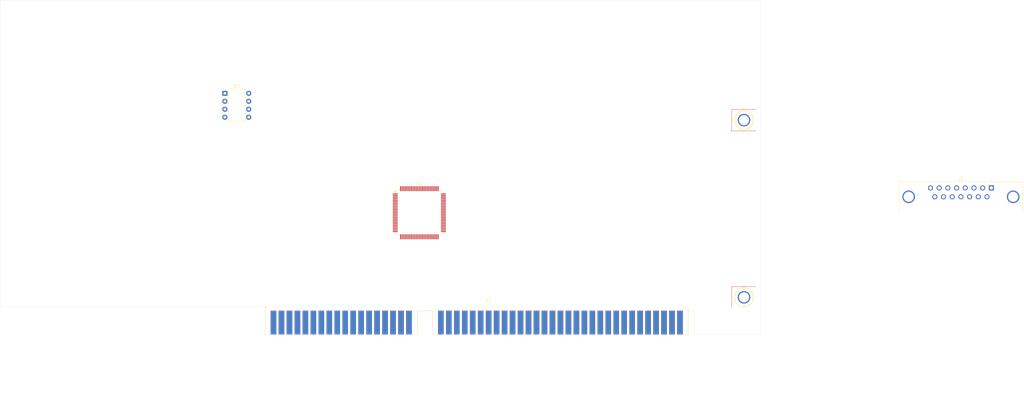
<source format=kicad_pcb>
(kicad_pcb (version 20240108) (generator "pcbnew") (generator_version "8.0")
  (layers (0 "F.Cu" signal) (31 "B.Cu" signal) (34 "B.Paste" user) (35 "F.Paste" user) (36 "B.SilkS" user "B.Silkscreen") (37 "F.SilkS" user "F.Silkscreen") (38 "B.Mask" user) (39 "F.Mask" user) (44 "Edge.Cuts" user))
  (net 0 "")
  (net 2 "GND")
  (net 3 "/A15")
  (net 4 "/~{DACK3}")
  (net 5 "/JACY")
  (net 8 "+5VA")
  (net 9 "/JBB2")
  (net 10 "/JBCX")
  (net 12 "/D4")
  (net 13 "/~{IOR}")
  (net 14 "/A8")
  (net 16 "/MIDIN")
  (net 17 "/IRQ15")
  (net 18 "/D0")
  (net 19 "/IRQ9")
  (net 20 "/IRQ7")
  (net 22 "/IRQ11")
  (net 23 "/+5FILT")
  (net 24 "/A3")
  (net 25 "/~{DACK0}")
  (net 27 "/IOCHRDY")
  (net 28 "/~{IOW}")
  (net 31 "/A10")
  (net 32 "/JBCY")
  (net 33 "/D1")
  (net 35 "/A4")
  (net 36 "/A11")
  (net 37 "+5V")
  (net 38 "/~{DACK1}")
  (net 39 "/RESET")
  (net 41 "/DRQ1")
  (net 42 "/D3")
  (net 44 "/A0")
  (net 45 "/D5")
  (net 46 "/SDA")
  (net 48 "/A13")
  (net 50 "/MIDOUT")
  (net 51 "/A9")
  (net 53 "/JAB1")
  (net 55 "/JACX")
  (net 57 "/A5")
  (net 59 "/SCL")
  (net 60 "/DRQ3")
  (net 61 "/D7")
  (net 63 "/A7")
  (net 65 "/JAB2")
  (net 67 "/A6")
  (net 70 "/A1")
  (net 72 "/DRQ0")
  (net 73 "/A2")
  (net 75 "/D2")
  (net 80 "/A14")
  (net 81 "GNDA")
  (net 82 "/JBB1")
  (net 83 "/IRQ12")
  (net 86 "/AEN")
  (net 88 "/IRQ5")
  (net 89 "/A12")
  (net 90 "/D6")
  (net 126 "-5V")
  (net 129 "+12V")
  (net 131 "-12V")
  (footprint "Connector_Dsub:DSUB-15_Female_Horizontal_P2.77x2.84mm_EdgePinOffset4.94mm_Housed_MountingHolesOffset4.94mm" (layer "F.Cu") (at 340.517 79.964)
    (property "Reference" "J2" (at -9.695 -2.8 0) (layer "F.SilkS"))
    (property "Value" "DA15_Receptacle_MountingHoles")
    (fp_line (start -29.355 -1.86) (end 9.965 -1.86) (stroke (width 0.12)) (layer "F.SilkS"))
    (fp_line (start -29.355 7.72) (end -29.355 -1.86) (stroke (width 0.12)) (layer "F.SilkS"))
    (fp_line (start -0.25 -2.754338) (end 0.25 -2.754338) (stroke (width 0.12)) (layer "F.SilkS"))
    (fp_line (start 0 -2.321325) (end -0.25 -2.754338) (stroke (width 0.12)) (layer "F.SilkS"))
    (fp_line (start 0.25 -2.754338) (end 0 -2.321325) (stroke (width 0.12)) (layer "F.SilkS"))
    (fp_line (start 9.965 -1.86) (end 9.965 7.72) (stroke (width 0.12)) (layer "F.SilkS"))
    (pad "0" thru_hole circle (at -26.345 2.84) (size 4 4) (drill 3.2) (layers "*.Cu" "*.Mask") (net 2 "GND"))
    (pad "0" thru_hole circle (at 6.955 2.84) (size 4 4) (drill 3.2) (layers "*.Cu" "*.Mask") (net 2 "GND"))
    (pad "1" thru_hole rect (at 0 0) (size 1.6 1.6) (drill 1) (layers "*.Cu" "*.Mask") (net 23 "/+5FILT"))
    (pad "2" thru_hole circle (at -2.77 0) (size 1.6 1.6) (drill 1) (layers "*.Cu" "*.Mask") (net 53 "/JAB1"))
    (pad "3" thru_hole circle (at -5.54 0) (size 1.6 1.6) (drill 1) (layers "*.Cu" "*.Mask") (net 55 "/JACX"))
    (pad "4" thru_hole circle (at -8.31 0) (size 1.6 1.6) (drill 1) (layers "*.Cu" "*.Mask") (net 2 "GND"))
    (pad "5" thru_hole circle (at -11.08 0) (size 1.6 1.6) (drill 1) (layers "*.Cu" "*.Mask") (net 2 "GND"))
    (pad "6" thru_hole circle (at -13.85 0) (size 1.6 1.6) (drill 1) (layers "*.Cu" "*.Mask") (net 5 "/JACY"))
    (pad "7" thru_hole circle (at -16.62 0) (size 1.6 1.6) (drill 1) (layers "*.Cu" "*.Mask") (net 65 "/JAB2"))
    (pad "8" thru_hole circle (at -19.39 0) (size 1.6 1.6) (drill 1) (layers "*.Cu" "*.Mask") (net 23 "/+5FILT"))
    (pad "9" thru_hole circle (at -1.385 2.84) (size 1.6 1.6) (drill 1) (layers "*.Cu" "*.Mask") (net 23 "/+5FILT"))
    (pad "10" thru_hole circle (at -4.155 2.84) (size 1.6 1.6) (drill 1) (layers "*.Cu" "*.Mask") (net 82 "/JBB1"))
    (pad "11" thru_hole circle (at -6.925 2.84) (size 1.6 1.6) (drill 1) (layers "*.Cu" "*.Mask") (net 10 "/JBCX"))
    (pad "12" thru_hole circle (at -9.695 2.84) (size 1.6 1.6) (drill 1) (layers "*.Cu" "*.Mask") (net 50 "/MIDOUT"))
    (pad "13" thru_hole circle (at -12.465 2.84) (size 1.6 1.6) (drill 1) (layers "*.Cu" "*.Mask") (net 32 "/JBCY"))
    (pad "14" thru_hole circle (at -15.235 2.84) (size 1.6 1.6) (drill 1) (layers "*.Cu" "*.Mask") (net 9 "/JBB2"))
    (pad "15" thru_hole circle (at -18.005 2.84) (size 1.6 1.6) (drill 1) (layers "*.Cu" "*.Mask") (net 16 "/MIDIN"))
  )
  (footprint "Package_DIP:DIP-8_W7.62mm" (layer "F.Cu") (at 96.266 49.784)
    (property "Reference" "U2" (at 3.81 -2.33 0) (layer "F.SilkS"))
    (property "Value" "24LC04")
    (fp_line (start 1.16 -1.33) (end 1.16 8.95) (stroke (width 0.12)) (layer "F.SilkS"))
    (fp_line (start 1.16 8.95) (end 6.46 8.95) (stroke (width 0.12)) (layer "F.SilkS"))
    (fp_line (start 2.81 -1.33) (end 1.16 -1.33) (stroke (width 0.12)) (layer "F.SilkS"))
    (fp_line (start 6.46 -1.33) (end 4.81 -1.33) (stroke (width 0.12)) (layer "F.SilkS"))
    (fp_line (start 6.46 8.95) (end 6.46 -1.33) (stroke (width 0.12)) (layer "F.SilkS"))
    (fp_arc (start 4.81 -1.33) (mid 3.81 -0.33) (end 2.81 -1.33) (stroke (width 0.12)) (layer "F.SilkS"))
    (pad "1" thru_hole rect (at 0 0) (size 1.6 1.6) (drill 0.8) (layers "*.Cu" "*.Mask") (net 2 "GND"))
    (pad "2" thru_hole oval (at 0 2.54) (size 1.6 1.6) (drill 0.8) (layers "*.Cu" "*.Mask") (net 2 "GND"))
    (pad "3" thru_hole oval (at 0 5.08) (size 1.6 1.6) (drill 0.8) (layers "*.Cu" "*.Mask") (net 2 "GND"))
    (pad "4" thru_hole oval (at 0 7.62) (size 1.6 1.6) (drill 0.8) (layers "*.Cu" "*.Mask") (net 2 "GND"))
    (pad "5" thru_hole oval (at 7.62 7.62) (size 1.6 1.6) (drill 0.8) (layers "*.Cu" "*.Mask") (net 46 "/SDA"))
    (pad "6" thru_hole oval (at 7.62 5.08) (size 1.6 1.6) (drill 0.8) (layers "*.Cu" "*.Mask") (net 59 "/SCL"))
    (pad "7" thru_hole oval (at 7.62 2.54) (size 1.6 1.6) (drill 0.8) (layers "*.Cu" "*.Mask") (net 2 "GND"))
    (pad "8" thru_hole oval (at 7.62 0) (size 1.6 1.6) (drill 0.8) (layers "*.Cu" "*.Mask") (net 37 "+5V"))
  )
  (footprint "Package_QFP:LQFP-100_14x14mm_P0.5mm" (layer "F.Cu") (at 158.242 87.884)
    (property "Reference" "U1" (at 0 -9.42 360) (layer "F.SilkS"))
    (property "Value" "CS4237B")
    (fp_line (start -7.11 -7.11) (end -7.11 -6.41) (stroke (width 0.12)) (layer "F.SilkS"))
    (fp_line (start -7.11 7.11) (end -7.11 6.41) (stroke (width 0.12)) (layer "F.SilkS"))
    (fp_line (start -6.41 -7.11) (end -7.11 -7.11) (stroke (width 0.12)) (layer "F.SilkS"))
    (fp_line (start -6.41 7.11) (end -7.11 7.11) (stroke (width 0.12)) (layer "F.SilkS"))
    (fp_line (start 6.41 -7.11) (end 7.11 -7.11) (stroke (width 0.12)) (layer "F.SilkS"))
    (fp_line (start 6.41 7.11) (end 7.11 7.11) (stroke (width 0.12)) (layer "F.SilkS"))
    (fp_line (start 7.11 -7.11) (end 7.11 -6.41) (stroke (width 0.12)) (layer "F.SilkS"))
    (fp_line (start 7.11 7.11) (end 7.11 6.41) (stroke (width 0.12)) (layer "F.SilkS"))
    (fp_poly (pts (xy -7.7375 -6.41) (xy -8.0775 -6.88) (xy -7.3975 -6.88) (xy -7.7375 -6.41)) (stroke (width 0.12)) (fill solid) (layer "F.SilkS"))
    (pad "1" smd roundrect (at -7.675 -6) (size 1.6 0.3) (layers "F.Cu" "F.Paste" "F.Mask"))
    (pad "2" smd roundrect (at -7.675 -5.5) (size 1.6 0.3) (layers "F.Cu" "F.Paste" "F.Mask"))
    (pad "3" smd roundrect (at -7.675 -5) (size 1.6 0.3) (layers "F.Cu" "F.Paste" "F.Mask"))
    (pad "4" smd roundrect (at -7.675 -4.5) (size 1.6 0.3) (layers "F.Cu" "F.Paste" "F.Mask"))
    (pad "5" smd roundrect (at -7.675 -4) (size 1.6 0.3) (layers "F.Cu" "F.Paste" "F.Mask"))
    (pad "6" smd roundrect (at -7.675 -3.5) (size 1.6 0.3) (layers "F.Cu" "F.Paste" "F.Mask"))
    (pad "7" smd roundrect (at -7.675 -3) (size 1.6 0.3) (layers "F.Cu" "F.Paste" "F.Mask"))
    (pad "8" smd roundrect (at -7.675 -2.5) (size 1.6 0.3) (layers "F.Cu" "F.Paste" "F.Mask") (net 46 "/SDA"))
    (pad "9" smd roundrect (at -7.675 -2) (size 1.6 0.3) (layers "F.Cu" "F.Paste" "F.Mask"))
    (pad "10" smd roundrect (at -7.675 -1.5) (size 1.6 0.3) (layers "F.Cu" "F.Paste" "F.Mask"))
    (pad "11" smd roundrect (at -7.675 -1) (size 1.6 0.3) (layers "F.Cu" "F.Paste" "F.Mask"))
    (pad "12" smd roundrect (at -7.675 -0.5) (size 1.6 0.3) (layers "F.Cu" "F.Paste" "F.Mask"))
    (pad "13" smd roundrect (at -7.675 0) (size 1.6 0.3) (layers "F.Cu" "F.Paste" "F.Mask"))
    (pad "14" smd roundrect (at -7.675 0.5) (size 1.6 0.3) (layers "F.Cu" "F.Paste" "F.Mask") (net 59 "/SCL"))
    (pad "15" smd roundrect (at -7.675 1) (size 1.6 0.3) (layers "F.Cu" "F.Paste" "F.Mask"))
    (pad "16" smd roundrect (at -7.675 1.5) (size 1.6 0.3) (layers "F.Cu" "F.Paste" "F.Mask"))
    (pad "17" smd roundrect (at -7.675 2) (size 1.6 0.3) (layers "F.Cu" "F.Paste" "F.Mask") (net 23 "/+5FILT"))
    (pad "18" smd roundrect (at -7.675 2.5) (size 1.6 0.3) (layers "F.Cu" "F.Paste" "F.Mask") (net 2 "GND"))
    (pad "19" smd roundrect (at -7.675 3) (size 1.6 0.3) (layers "F.Cu" "F.Paste" "F.Mask") (net 17 "/IRQ15"))
    (pad "20" smd roundrect (at -7.675 3.5) (size 1.6 0.3) (layers "F.Cu" "F.Paste" "F.Mask") (net 83 "/IRQ12"))
    (pad "21" smd roundrect (at -7.675 4) (size 1.6 0.3) (layers "F.Cu" "F.Paste" "F.Mask") (net 22 "/IRQ11"))
    (pad "22" smd roundrect (at -7.675 4.5) (size 1.6 0.3) (layers "F.Cu" "F.Paste" "F.Mask") (net 19 "/IRQ9"))
    (pad "23" smd roundrect (at -7.675 5) (size 1.6 0.3) (layers "F.Cu" "F.Paste" "F.Mask") (net 20 "/IRQ7"))
    (pad "24" smd roundrect (at -7.675 5.5) (size 1.6 0.3) (layers "F.Cu" "F.Paste" "F.Mask") (net 88 "/IRQ5"))
    (pad "25" smd roundrect (at -7.675 6) (size 1.6 0.3) (layers "F.Cu" "F.Paste" "F.Mask") (net 44 "/A0"))
    (pad "26" smd roundrect (at -6 7.675) (size 0.3 1.6) (layers "F.Cu" "F.Paste" "F.Mask") (net 70 "/A1"))
    (pad "27" smd roundrect (at -5.5 7.675) (size 0.3 1.6) (layers "F.Cu" "F.Paste" "F.Mask") (net 73 "/A2"))
    (pad "28" smd roundrect (at -5 7.675) (size 0.3 1.6) (layers "F.Cu" "F.Paste" "F.Mask") (net 24 "/A3"))
    (pad "29" smd roundrect (at -4.5 7.675) (size 0.3 1.6) (layers "F.Cu" "F.Paste" "F.Mask") (net 35 "/A4"))
    (pad "30" smd roundrect (at -4 7.675) (size 0.3 1.6) (layers "F.Cu" "F.Paste" "F.Mask") (net 57 "/A5"))
    (pad "31" smd roundrect (at -3.5 7.675) (size 0.3 1.6) (layers "F.Cu" "F.Paste" "F.Mask") (net 67 "/A6"))
    (pad "32" smd roundrect (at -3 7.675) (size 0.3 1.6) (layers "F.Cu" "F.Paste" "F.Mask") (net 63 "/A7"))
    (pad "33" smd roundrect (at -2.5 7.675) (size 0.3 1.6) (layers "F.Cu" "F.Paste" "F.Mask") (net 14 "/A8"))
    (pad "34" smd roundrect (at -2 7.675) (size 0.3 1.6) (layers "F.Cu" "F.Paste" "F.Mask") (net 51 "/A9"))
    (pad "35" smd roundrect (at -1.5 7.675) (size 0.3 1.6) (layers "F.Cu" "F.Paste" "F.Mask") (net 31 "/A10"))
    (pad "36" smd roundrect (at -1 7.675) (size 0.3 1.6) (layers "F.Cu" "F.Paste" "F.Mask") (net 36 "/A11"))
    (pad "37" smd roundrect (at -0.5 7.675) (size 0.3 1.6) (layers "F.Cu" "F.Paste" "F.Mask") (net 13 "/~{IOR}"))
    (pad "38" smd roundrect (at 0 7.675) (size 0.3 1.6) (layers "F.Cu" "F.Paste" "F.Mask") (net 28 "/~{IOW}"))
    (pad "39" smd roundrect (at 0.5 7.675) (size 0.3 1.6) (layers "F.Cu" "F.Paste" "F.Mask") (net 86 "/AEN"))
    (pad "40" smd roundrect (at 1 7.675) (size 0.3 1.6) (layers "F.Cu" "F.Paste" "F.Mask") (net 27 "/IOCHRDY"))
    (pad "41" smd roundrect (at 1.5 7.675) (size 0.3 1.6) (layers "F.Cu" "F.Paste" "F.Mask") (net 18 "/D0"))
    (pad "42" smd roundrect (at 2 7.675) (size 0.3 1.6) (layers "F.Cu" "F.Paste" "F.Mask") (net 33 "/D1"))
    (pad "43" smd roundrect (at 2.5 7.675) (size 0.3 1.6) (layers "F.Cu" "F.Paste" "F.Mask") (net 75 "/D2"))
    (pad "44" smd roundrect (at 3 7.675) (size 0.3 1.6) (layers "F.Cu" "F.Paste" "F.Mask") (net 42 "/D3"))
    (pad "45" smd roundrect (at 3.5 7.675) (size 0.3 1.6) (layers "F.Cu" "F.Paste" "F.Mask") (net 37 "+5V"))
    (pad "46" smd roundrect (at 4 7.675) (size 0.3 1.6) (layers "F.Cu" "F.Paste" "F.Mask") (net 2 "GND"))
    (pad "47" smd roundrect (at 4.5 7.675) (size 0.3 1.6) (layers "F.Cu" "F.Paste" "F.Mask") (net 12 "/D4"))
    (pad "48" smd roundrect (at 5 7.675) (size 0.3 1.6) (layers "F.Cu" "F.Paste" "F.Mask") (net 45 "/D5"))
    (pad "49" smd roundrect (at 5.5 7.675) (size 0.3 1.6) (layers "F.Cu" "F.Paste" "F.Mask") (net 90 "/D6"))
    (pad "50" smd roundrect (at 6 7.675) (size 0.3 1.6) (layers "F.Cu" "F.Paste" "F.Mask") (net 61 "/D7"))
    (pad "51" smd roundrect (at 7.675 6) (size 1.6 0.3) (layers "F.Cu" "F.Paste" "F.Mask") (net 41 "/DRQ1"))
    (pad "52" smd roundrect (at 7.675 5.5) (size 1.6 0.3) (layers "F.Cu" "F.Paste" "F.Mask") (net 60 "/DRQ3"))
    (pad "53" smd roundrect (at 7.675 5) (size 1.6 0.3) (layers "F.Cu" "F.Paste" "F.Mask") (net 2 "GND"))
    (pad "54" smd roundrect (at 7.675 4.5) (size 1.6 0.3) (layers "F.Cu" "F.Paste" "F.Mask") (net 23 "/+5FILT"))
    (pad "55" smd roundrect (at 7.675 4) (size 1.6 0.3) (layers "F.Cu" "F.Paste" "F.Mask") (net 72 "/DRQ0"))
    (pad "56" smd roundrect (at 7.675 3.5) (size 1.6 0.3) (layers "F.Cu" "F.Paste" "F.Mask") (net 38 "/~{DACK1}"))
    (pad "57" smd roundrect (at 7.675 3) (size 1.6 0.3) (layers "F.Cu" "F.Paste" "F.Mask") (net 4 "/~{DACK3}"))
    (pad "58" smd roundrect (at 7.675 2.5) (size 1.6 0.3) (layers "F.Cu" "F.Paste" "F.Mask") (net 25 "/~{DACK0}"))
    (pad "59" smd roundrect (at 7.675 2) (size 1.6 0.3) (layers "F.Cu" "F.Paste" "F.Mask") (net 16 "/MIDIN"))
    (pad "60" smd roundrect (at 7.675 1.5) (size 1.6 0.3) (layers "F.Cu" "F.Paste" "F.Mask") (net 50 "/MIDOUT"))
    (pad "61" smd roundrect (at 7.675 1) (size 1.6 0.3) (layers "F.Cu" "F.Paste" "F.Mask") (net 65 "/JAB2"))
    (pad "62" smd roundrect (at 7.675 0.5) (size 1.6 0.3) (layers "F.Cu" "F.Paste" "F.Mask") (net 9 "/JBB2"))
    (pad "63" smd roundrect (at 7.675 0) (size 1.6 0.3) (layers "F.Cu" "F.Paste" "F.Mask") (net 5 "/JACY"))
    (pad "64" smd roundrect (at 7.675 -0.5) (size 1.6 0.3) (layers "F.Cu" "F.Paste" "F.Mask") (net 32 "/JBCY"))
    (pad "65" smd roundrect (at 7.675 -1) (size 1.6 0.3) (layers "F.Cu" "F.Paste" "F.Mask") (net 23 "/+5FILT"))
    (pad "66" smd roundrect (at 7.675 -1.5) (size 1.6 0.3) (layers "F.Cu" "F.Paste" "F.Mask") (net 2 "GND"))
    (pad "67" smd roundrect (at 7.675 -2) (size 1.6 0.3) (layers "F.Cu" "F.Paste" "F.Mask") (net 10 "/JBCX"))
    (pad "68" smd roundrect (at 7.675 -2.5) (size 1.6 0.3) (layers "F.Cu" "F.Paste" "F.Mask") (net 55 "/JACX"))
    (pad "69" smd roundrect (at 7.675 -3) (size 1.6 0.3) (layers "F.Cu" "F.Paste" "F.Mask") (net 82 "/JBB1"))
    (pad "70" smd roundrect (at 7.675 -3.5) (size 1.6 0.3) (layers "F.Cu" "F.Paste" "F.Mask") (net 53 "/JAB1"))
    (pad "71" smd roundrect (at 7.675 -4) (size 1.6 0.3) (layers "F.Cu" "F.Paste" "F.Mask") (net 2 "GND"))
    (pad "72" smd roundrect (at 7.675 -4.5) (size 1.6 0.3) (layers "F.Cu" "F.Paste" "F.Mask"))
    (pad "73" smd roundrect (at 7.675 -5) (size 1.6 0.3) (layers "F.Cu" "F.Paste" "F.Mask"))
    (pad "74" smd roundrect (at 7.675 -5.5) (size 1.6 0.3) (layers "F.Cu" "F.Paste" "F.Mask"))
    (pad "75" smd roundrect (at 7.675 -6) (size 1.6 0.3) (layers "F.Cu" "F.Paste" "F.Mask"))
    (pad "76" smd roundrect (at 6 -7.675) (size 0.3 1.6) (layers "F.Cu" "F.Paste" "F.Mask"))
    (pad "77" smd roundrect (at 5.5 -7.675) (size 0.3 1.6) (layers "F.Cu" "F.Paste" "F.Mask"))
    (pad "78" smd roundrect (at 5 -7.675) (size 0.3 1.6) (layers "F.Cu" "F.Paste" "F.Mask"))
    (pad "79" smd roundrect (at 4.5 -7.675) (size 0.3 1.6) (layers "F.Cu" "F.Paste" "F.Mask"))
    (pad "80" smd roundrect (at 4 -7.675) (size 0.3 1.6) (layers "F.Cu" "F.Paste" "F.Mask") (net 81 "GNDA"))
    (pad "81" smd roundrect (at 3.5 -7.675) (size 0.3 1.6) (layers "F.Cu" "F.Paste" "F.Mask") (net 8 "+5VA"))
    (pad "82" smd roundrect (at 3 -7.675) (size 0.3 1.6) (layers "F.Cu" "F.Paste" "F.Mask"))
    (pad "83" smd roundrect (at 2.5 -7.675) (size 0.3 1.6) (layers "F.Cu" "F.Paste" "F.Mask"))
    (pad "84" smd roundrect (at 2 -7.675) (size 0.3 1.6) (layers "F.Cu" "F.Paste" "F.Mask"))
    (pad "85" smd roundrect (at 1.5 -7.675) (size 0.3 1.6) (layers "F.Cu" "F.Paste" "F.Mask"))
    (pad "86" smd roundrect (at 1 -7.675) (size 0.3 1.6) (layers "F.Cu" "F.Paste" "F.Mask"))
    (pad "87" smd roundrect (at 0.5 -7.675) (size 0.3 1.6) (layers "F.Cu" "F.Paste" "F.Mask"))
    (pad "88" smd roundrect (at 0 -7.675) (size 0.3 1.6) (layers "F.Cu" "F.Paste" "F.Mask"))
    (pad "89" smd roundrect (at -0.5 -7.675) (size 0.3 1.6) (layers "F.Cu" "F.Paste" "F.Mask"))
    (pad "90" smd roundrect (at -1 -7.675) (size 0.3 1.6) (layers "F.Cu" "F.Paste" "F.Mask") (net 39 "/RESET"))
    (pad "91" smd roundrect (at -1.5 -7.675) (size 0.3 1.6) (layers "F.Cu" "F.Paste" "F.Mask") (net 3 "/A15"))
    (pad "92" smd roundrect (at -2 -7.675) (size 0.3 1.6) (layers "F.Cu" "F.Paste" "F.Mask") (net 80 "/A14"))
    (pad "93" smd roundrect (at -2.5 -7.675) (size 0.3 1.6) (layers "F.Cu" "F.Paste" "F.Mask") (net 48 "/A13"))
    (pad "94" smd roundrect (at -3 -7.675) (size 0.3 1.6) (layers "F.Cu" "F.Paste" "F.Mask") (net 89 "/A12"))
    (pad "95" smd roundrect (at -3.5 -7.675) (size 0.3 1.6) (layers "F.Cu" "F.Paste" "F.Mask"))
    (pad "96" smd roundrect (at -4 -7.675) (size 0.3 1.6) (layers "F.Cu" "F.Paste" "F.Mask"))
    (pad "97" smd roundrect (at -4.5 -7.675) (size 0.3 1.6) (layers "F.Cu" "F.Paste" "F.Mask") (net 2 "GND"))
    (pad "98" smd roundrect (at -5 -7.675) (size 0.3 1.6) (layers "F.Cu" "F.Paste" "F.Mask") (net 23 "/+5FILT"))
    (pad "99" smd roundrect (at -5.5 -7.675) (size 0.3 1.6) (layers "F.Cu" "F.Paste" "F.Mask"))
    (pad "100" smd roundrect (at -6 -7.675) (size 0.3 1.6) (layers "F.Cu" "F.Paste" "F.Mask"))
  )
  (footprint "pc-parts:PC_BRACKET_ISA_KEYSTONE_9202_Rev1" (layer "F.Cu") (at 241.3 126.746)
    (property "Reference" "BRACKET1" (hide yes))
    (property "Value" "~" (hide yes))
    (fp_line (start 16.47825 -71.826) (end 16.47825 -68.237) (stroke (width 0.25)) (layer "B.SilkS"))
    (fp_line (start 16.47825 -65.349) (end 16.47825 -68.237) (stroke (width 0.25)) (layer "B.SilkS"))
    (fp_line (start 16.47825 -64.968) (end 16.47825 -65.349) (stroke (width 0.25)) (layer "B.SilkS"))
    (fp_line (start 16.47825 -15.311) (end 16.47825 -8.707) (stroke (width 0.25)) (layer "B.SilkS"))
    (fp_line (start 20.03425 -64.968) (end 16.47825 -64.968) (stroke (width 0.25)) (layer "B.SilkS"))
    (fp_line (start 20.03425 -64.968) (end 24.09825 -64.968) (stroke (width 0.25)) (layer "B.SilkS"))
    (fp_line (start 20.11525 -15.311) (end 16.47825 -15.311) (stroke (width 0.25)) (layer "B.SilkS"))
    (fp_line (start 20.11525 -15.311) (end 24.09825 -15.311) (stroke (width 0.25)) (layer "B.SilkS"))
    (fp_line (start 20.28825 -71.826) (end 16.47825 -71.826) (stroke (width 0.25)) (layer "B.SilkS"))
    (fp_line (start 20.28825 -71.826) (end 24.09825 -71.826) (stroke (width 0.25)) (layer "B.SilkS"))
    (fp_circle (center 20.3962 -68.397) (end 23.3962 -68.397) (stroke (width 0.25)) (fill none) (layer "F.SilkS"))
    (fp_circle (center 20.3962 -11.882) (end 23.3962 -11.882) (stroke (width 0.25)) (fill none) (layer "F.SilkS"))
    (pad "1" thru_hole circle (at 20.3962 -11.882) (size 4 4) (drill 3.2) (layers "*.Cu" "*.Mask"))
    (pad "2" thru_hole circle (at 20.3962 -68.397) (size 4 4) (drill 3.2) (layers "*.Cu" "*.Mask"))
  )
  (footprint "Connector_PCBEdge:BUS_AT" (layer "F.Cu") (at 241.3 122.936)
    (property "Reference" "J1" (at -60.96 -6.99 0) (layer "F.SilkS"))
    (property "Value" "Bus_ISA_16bit")
    (fp_line (start -132.15 -5.1) (end -132.55 -5.1) (stroke (width 0.12)) (layer "F.SilkS"))
    (fp_line (start -132.15 3.85) (end -132.15 -5.1) (stroke (width 0.12)) (layer "F.SilkS"))
    (fp_line (start -83.75 -3.75) (end -78.8 -3.75) (stroke (width 0.12)) (layer "F.SilkS"))
    (fp_line (start -83.75 3.85) (end -83.75 -3.75) (stroke (width 0.12)) (layer "F.SilkS"))
    (fp_line (start -78.8 -3.75) (end -78.8 3.85) (stroke (width 0.12)) (layer "F.SilkS"))
    (fp_line (start 2.6 -5.1) (end 3 -5.1) (stroke (width 0.12)) (layer "F.SilkS"))
    (fp_line (start 2.6 3.85) (end 2.6 -5.1) (stroke (width 0.12)) (layer "F.SilkS"))
    (pad "1" connect rect (at 0 0) (size 1.78 7.62) (layers "B.Cu" "B.Mask") (net 2 "GND"))
    (pad "2" connect rect (at -2.54 0) (size 1.78 7.62) (layers "B.Cu" "B.Mask") (net 39 "/RESET"))
    (pad "3" connect rect (at -5.08 0) (size 1.78 7.62) (layers "B.Cu" "B.Mask") (net 37 "+5V"))
    (pad "4" connect rect (at -7.62 0) (size 1.78 7.62) (layers "B.Cu" "B.Mask") (net 19 "/IRQ9"))
    (pad "5" connect rect (at -10.16 0) (size 1.78 7.62) (layers "B.Cu" "B.Mask") (net 126 "-5V"))
    (pad "6" connect rect (at -12.7 0) (size 1.78 7.62) (layers "B.Cu" "B.Mask"))
    (pad "7" connect rect (at -15.24 0) (size 1.78 7.62) (layers "B.Cu" "B.Mask") (net 131 "-12V"))
    (pad "8" connect rect (at -17.78 0) (size 1.78 7.62) (layers "B.Cu" "B.Mask"))
    (pad "9" connect rect (at -20.32 0) (size 1.78 7.62) (layers "B.Cu" "B.Mask") (net 129 "+12V"))
    (pad "10" connect rect (at -22.86 0) (size 1.78 7.62) (layers "B.Cu" "B.Mask") (net 2 "GND"))
    (pad "11" connect rect (at -25.4 0) (size 1.78 7.62) (layers "B.Cu" "B.Mask"))
    (pad "12" connect rect (at -27.94 0) (size 1.78 7.62) (layers "B.Cu" "B.Mask"))
    (pad "13" connect rect (at -30.48 0) (size 1.78 7.62) (layers "B.Cu" "B.Mask") (net 28 "/~{IOW}"))
    (pad "14" connect rect (at -33.02 0) (size 1.78 7.62) (layers "B.Cu" "B.Mask") (net 13 "/~{IOR}"))
    (pad "15" connect rect (at -35.56 0) (size 1.78 7.62) (layers "B.Cu" "B.Mask") (net 4 "/~{DACK3}"))
    (pad "16" connect rect (at -38.1 0) (size 1.78 7.62) (layers "B.Cu" "B.Mask") (net 60 "/DRQ3"))
    (pad "17" connect rect (at -40.64 0) (size 1.78 7.62) (layers "B.Cu" "B.Mask") (net 38 "/~{DACK1}"))
    (pad "18" connect rect (at -43.18 0) (size 1.78 7.62) (layers "B.Cu" "B.Mask") (net 41 "/DRQ1"))
    (pad "19" connect rect (at -45.72 0) (size 1.78 7.62) (layers "B.Cu" "B.Mask"))
    (pad "20" connect rect (at -48.26 0) (size 1.78 7.62) (layers "B.Cu" "B.Mask"))
    (pad "21" connect rect (at -50.8 0) (size 1.78 7.62) (layers "B.Cu" "B.Mask") (net 20 "/IRQ7"))
    (pad "22" connect rect (at -53.34 0) (size 1.78 7.62) (layers "B.Cu" "B.Mask"))
    (pad "23" connect rect (at -55.88 0) (size 1.78 7.62) (layers "B.Cu" "B.Mask") (net 88 "/IRQ5"))
    (pad "24" connect rect (at -58.42 0) (size 1.78 7.62) (layers "B.Cu" "B.Mask"))
    (pad "25" connect rect (at -60.96 0) (size 1.78 7.62) (layers "B.Cu" "B.Mask"))
    (pad "26" connect rect (at -63.5 0) (size 1.78 7.62) (layers "B.Cu" "B.Mask"))
    (pad "27" connect rect (at -66.04 0) (size 1.78 7.62) (layers "B.Cu" "B.Mask"))
    (pad "28" connect rect (at -68.58 0) (size 1.78 7.62) (layers "B.Cu" "B.Mask"))
    (pad "29" connect rect (at -71.12 0) (size 1.78 7.62) (layers "B.Cu" "B.Mask") (net 37 "+5V"))
    (pad "30" connect rect (at -73.66 0) (size 1.78 7.62) (layers "B.Cu" "B.Mask"))
    (pad "31" connect rect (at -76.2 0) (size 1.78 7.62) (layers "B.Cu" "B.Mask") (net 2 "GND"))
    (pad "32" connect rect (at 0 0) (size 1.78 7.62) (layers "F.Cu" "F.Mask"))
    (pad "33" connect rect (at -2.54 0) (size 1.78 7.62) (layers "F.Cu" "F.Mask") (net 61 "/D7"))
    (pad "34" connect rect (at -5.08 0) (size 1.78 7.62) (layers "F.Cu" "F.Mask") (net 90 "/D6"))
    (pad "35" connect rect (at -7.62 0) (size 1.78 7.62) (layers "F.Cu" "F.Mask") (net 45 "/D5"))
    (pad "36" connect rect (at -10.16 0) (size 1.78 7.62) (layers "F.Cu" "F.Mask") (net 12 "/D4"))
    (pad "37" connect rect (at -12.7 0) (size 1.78 7.62) (layers "F.Cu" "F.Mask") (net 42 "/D3"))
    (pad "38" connect rect (at -15.24 0) (size 1.78 7.62) (layers "F.Cu" "F.Mask") (net 75 "/D2"))
    (pad "39" connect rect (at -17.78 0) (size 1.78 7.62) (layers "F.Cu" "F.Mask") (net 33 "/D1"))
    (pad "40" connect rect (at -20.32 0) (size 1.78 7.62) (layers "F.Cu" "F.Mask") (net 18 "/D0"))
    (pad "41" connect rect (at -22.86 0) (size 1.78 7.62) (layers "F.Cu" "F.Mask") (net 27 "/IOCHRDY"))
    (pad "42" connect rect (at -25.4 0) (size 1.78 7.62) (layers "F.Cu" "F.Mask") (net 86 "/AEN"))
    (pad "43" connect rect (at -27.94 0) (size 1.78 7.62) (layers "F.Cu" "F.Mask"))
    (pad "44" connect rect (at -30.48 0) (size 1.78 7.62) (layers "F.Cu" "F.Mask"))
    (pad "45" connect rect (at -33.02 0) (size 1.78 7.62) (layers "F.Cu" "F.Mask"))
    (pad "46" connect rect (at -35.56 0) (size 1.78 7.62) (layers "F.Cu" "F.Mask"))
    (pad "47" connect rect (at -38.1 0) (size 1.78 7.62) (layers "F.Cu" "F.Mask") (net 3 "/A15"))
    (pad "48" connect rect (at -40.64 0) (size 1.78 7.62) (layers "F.Cu" "F.Mask") (net 80 "/A14"))
    (pad "49" connect rect (at -43.18 0) (size 1.78 7.62) (layers "F.Cu" "F.Mask") (net 48 "/A13"))
    (pad "50" connect rect (at -45.72 0) (size 1.78 7.62) (layers "F.Cu" "F.Mask") (net 89 "/A12"))
    (pad "51" connect rect (at -48.26 0) (size 1.78 7.62) (layers "F.Cu" "F.Mask") (net 36 "/A11"))
    (pad "52" connect rect (at -50.8 0) (size 1.78 7.62) (layers "F.Cu" "F.Mask") (net 31 "/A10"))
    (pad "53" connect rect (at -53.34 0) (size 1.78 7.62) (layers "F.Cu" "F.Mask") (net 51 "/A9"))
    (pad "54" connect rect (at -55.88 0) (size 1.78 7.62) (layers "F.Cu" "F.Mask") (net 14 "/A8"))
    (pad "55" connect rect (at -58.42 0) (size 1.78 7.62) (layers "F.Cu" "F.Mask") (net 63 "/A7"))
    (pad "56" connect rect (at -60.96 0) (size 1.78 7.62) (layers "F.Cu" "F.Mask") (net 67 "/A6"))
    (pad "57" connect rect (at -63.5 0) (size 1.78 7.62) (layers "F.Cu" "F.Mask") (net 57 "/A5"))
    (pad "58" connect rect (at -66.04 0) (size 1.78 7.62) (layers "F.Cu" "F.Mask") (net 35 "/A4"))
    (pad "59" connect rect (at -68.58 0) (size 1.78 7.62) (layers "F.Cu" "F.Mask") (net 24 "/A3"))
    (pad "60" connect rect (at -71.12 0) (size 1.78 7.62) (layers "F.Cu" "F.Mask") (net 73 "/A2"))
    (pad "61" connect rect (at -73.66 0) (size 1.78 7.62) (layers "F.Cu" "F.Mask") (net 70 "/A1"))
    (pad "62" connect rect (at -76.2 0) (size 1.78 7.62) (layers "F.Cu" "F.Mask") (net 44 "/A0"))
    (pad "63" connect rect (at -86.36 0) (size 1.78 7.62) (layers "B.Cu" "B.Mask"))
    (pad "64" connect rect (at -88.9 0) (size 1.78 7.62) (layers "B.Cu" "B.Mask"))
    (pad "65" connect rect (at -91.44 0) (size 1.78 7.62) (layers "B.Cu" "B.Mask"))
    (pad "66" connect rect (at -93.98 0) (size 1.78 7.62) (layers "B.Cu" "B.Mask") (net 22 "/IRQ11"))
    (pad "67" connect rect (at -96.52 0) (size 1.78 7.62) (layers "B.Cu" "B.Mask") (net 83 "/IRQ12"))
    (pad "68" connect rect (at -99.06 0) (size 1.78 7.62) (layers "B.Cu" "B.Mask") (net 17 "/IRQ15"))
    (pad "69" connect rect (at -101.6 0) (size 1.78 7.62) (layers "B.Cu" "B.Mask"))
    (pad "70" connect rect (at -104.14 0) (size 1.78 7.62) (layers "B.Cu" "B.Mask") (net 25 "/~{DACK0}"))
    (pad "71" connect rect (at -106.68 0) (size 1.78 7.62) (layers "B.Cu" "B.Mask") (net 72 "/DRQ0"))
    (pad "72" connect rect (at -109.22 0) (size 1.78 7.62) (layers "B.Cu" "B.Mask"))
    (pad "73" connect rect (at -111.76 0) (size 1.78 7.62) (layers "B.Cu" "B.Mask"))
    (pad "74" connect rect (at -114.3 0) (size 1.78 7.62) (layers "B.Cu" "B.Mask"))
    (pad "75" connect rect (at -116.84 0) (size 1.78 7.62) (layers "B.Cu" "B.Mask"))
    (pad "76" connect rect (at -119.38 0) (size 1.78 7.62) (layers "B.Cu" "B.Mask"))
    (pad "77" connect rect (at -121.92 0) (size 1.78 7.62) (layers "B.Cu" "B.Mask"))
    (pad "78" connect rect (at -124.46 0) (size 1.78 7.62) (layers "B.Cu" "B.Mask") (net 37 "+5V"))
    (pad "79" connect rect (at -127 0) (size 1.78 7.62) (layers "B.Cu" "B.Mask"))
    (pad "80" connect rect (at -129.54 0) (size 1.78 7.62) (layers "B.Cu" "B.Mask") (net 2 "GND"))
    (pad "81" connect rect (at -86.36 0) (size 1.78 7.62) (layers "F.Cu" "F.Mask"))
    (pad "82" connect rect (at -88.9 0) (size 1.78 7.62) (layers "F.Cu" "F.Mask"))
    (pad "83" connect rect (at -91.44 0) (size 1.78 7.62) (layers "F.Cu" "F.Mask"))
    (pad "84" connect rect (at -93.98 0) (size 1.78 7.62) (layers "F.Cu" "F.Mask"))
    (pad "85" connect rect (at -96.52 0) (size 1.78 7.62) (layers "F.Cu" "F.Mask"))
    (pad "86" connect rect (at -99.06 0) (size 1.78 7.62) (layers "F.Cu" "F.Mask"))
    (pad "87" connect rect (at -101.6 0) (size 1.78 7.62) (layers "F.Cu" "F.Mask"))
    (pad "88" connect rect (at -104.14 0) (size 1.78 7.62) (layers "F.Cu" "F.Mask"))
    (pad "89" connect rect (at -106.68 0) (size 1.78 7.62) (layers "F.Cu" "F.Mask"))
    (pad "90" connect rect (at -109.22 0) (size 1.78 7.62) (layers "F.Cu" "F.Mask"))
    (pad "91" connect rect (at -111.76 0) (size 1.78 7.62) (layers "F.Cu" "F.Mask"))
    (pad "92" connect rect (at -114.3 0) (size 1.78 7.62) (layers "F.Cu" "F.Mask"))
    (pad "93" connect rect (at -116.84 0) (size 1.78 7.62) (layers "F.Cu" "F.Mask"))
    (pad "94" connect rect (at -119.38 0) (size 1.78 7.62) (layers "F.Cu" "F.Mask"))
    (pad "95" connect rect (at -121.92 0) (size 1.78 7.62) (layers "F.Cu" "F.Mask"))
    (pad "96" connect rect (at -124.46 0) (size 1.78 7.62) (layers "F.Cu" "F.Mask"))
    (pad "97" connect rect (at -127 0) (size 1.78 7.62) (layers "F.Cu" "F.Mask"))
    (pad "98" connect rect (at -129.54 0) (size 1.78 7.62) (layers "F.Cu" "F.Mask"))
  )
  (gr_line (start 267.0048 20.066) (end 24.638 20.066) (stroke (width 0.05)) (layer "Edge.Cuts"))
  (gr_line (start 267.0048 126.746) (end 267.0048 20.066) (stroke (width 0.05)) (layer "Edge.Cuts"))
  (gr_line (start 24.638 20.066) (end 24.638 117.856) (stroke (width 0.05)) (layer "Edge.Cuts"))
  (gr_line (start 109.1692 126.746) (end 109.1692 117.856) (stroke (width 0.05)) (layer "Edge.Cuts"))
  (gr_line (start 162.5092 126.746) (end 162.56 119.1768) (stroke (width 0.05)) (layer "Edge.Cuts"))
  (gr_line (start 243.713 119.126) (end 245.872 119.126) (stroke (width 0.05)) (layer "Edge.Cuts"))
  (gr_line (start 243.713 126.746) (end 243.713 119.126) (stroke (width 0.05)) (layer "Edge.Cuts"))
  (gr_line (start 109.1692 117.856) (end 24.638 117.856) (stroke (width 0.05)) (layer "Edge.Cuts"))
  (gr_line (start 241.3 126.746) (end 162.5092 126.746) (stroke (width 0.05)) (layer "Edge.Cuts"))
  (gr_line (start 245.872 119.126) (end 245.872 126.746) (stroke (width 0.05)) (layer "Edge.Cuts"))
  (gr_line (start 245.872 126.746) (end 267.0048 126.746) (stroke (width 0.05)) (layer "Edge.Cuts"))
  (gr_line (start 157.5308 126.746) (end 109.1692 126.746) (stroke (width 0.05)) (layer "Edge.Cuts"))
  (gr_line (start 157.5308 119.1768) (end 157.5308 126.746) (stroke (width 0.05)) (layer "Edge.Cuts"))
  (gr_line (start 241.3 126.746) (end 243.713 126.746) (stroke (width 0.05)) (layer "Edge.Cuts"))
  (gr_line (start 162.56 119.1768) (end 157.5308 119.1768) (stroke (width 0.05)) (layer "Edge.Cuts"))
)
</source>
